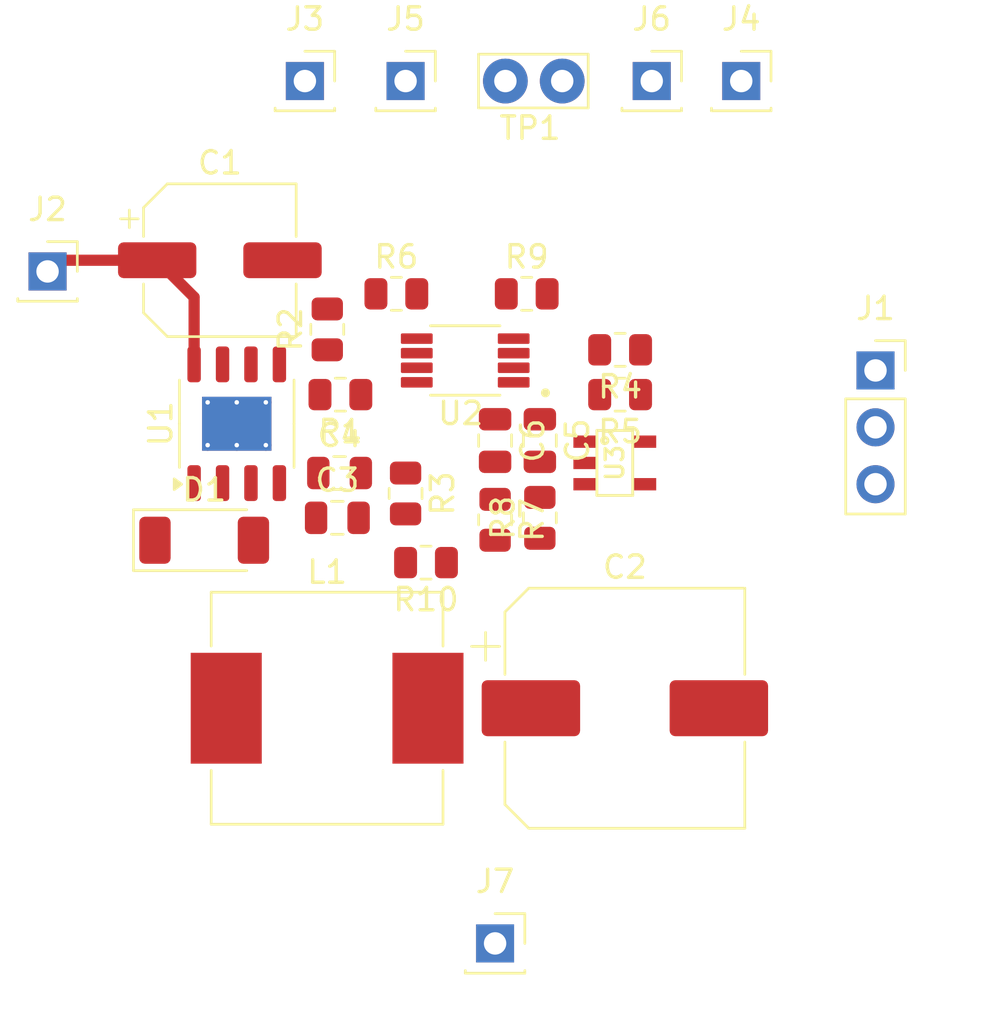
<source format=kicad_pcb>
(kicad_pcb (version 20240108) (generator "pcbnew") (generator_version "8.0")
  (layers (0 "F.Cu" signal) (31 "B.Cu" signal) (34 "B.Paste" user) (35 "F.Paste" user) (36 "B.SilkS" user "B.Silkscreen") (37 "F.SilkS" user "F.Silkscreen") (38 "B.Mask" user) (39 "F.Mask" user) (44 "Edge.Cuts" user))
  (net 0 "")
  (net 1 "+36V")
  (net 2 "GND")
  (net 3 "Net-(J7-Pin_1)")
  (net 4 "Net-(U1-COMP)")
  (net 5 "Net-(C4-Pad2)")
  (net 6 "+5V")
  (net 7 "Net-(D1-K)")
  (net 8 "/SCL")
  (net 9 "/SDA")
  (net 10 "Net-(J3-Pin_1)")
  (net 11 "Net-(J6-Pin_1)")
  (net 12 "Net-(U1-FB)")
  (net 13 "Net-(U2-FS0)")
  (net 14 "Net-(U3-AIN)")
  (net 15 "Net-(U2-FS1)")
  (footprint "libjan:SOT-23" (layer "F.Cu") (at 153.35 104.55 -90)
    (property "Reference" "U3" (at 0 0 90) (layer "F.SilkS") (effects (font (size 0.787402 0.787402))))
    (property "Value" "MCP3021")
    (fp_line (start -1.45 0.8) (end -1.45 -0.8) (stroke (width 0.127)) (layer "F.SilkS"))
    (fp_line (start 1.45 0.8) (end -1.45 0.8) (stroke (width 0.127)) (layer "F.SilkS"))
    (fp_line (start -1.45 -0.8) (end 1.45 -0.8) (stroke (width 0.127)) (layer "F.SilkS"))
    (fp_line (start 1.45 -0.8) (end 1.45 0.8) (stroke (width 0.127)) (layer "F.SilkS"))
    (fp_circle (center -1 0.45) (end -0.858581 0.45) (stroke (width 0.127)) (fill none) (layer "F.SilkS"))
    (pad "P$1" smd rect (at -0.95 1.35 270) (size 0.55 1) (layers "F.Cu" "F.Paste" "F.Mask") (net 6 "+5V"))
    (pad "P$2" smd rect (at 0 1.35 270) (size 0.55 1) (layers "F.Cu" "F.Paste" "F.Mask") (net 2 "GND"))
    (pad "P$3" smd rect (at 0.95 1.35 270) (size 0.55 1) (layers "F.Cu" "F.Paste" "F.Mask") (net 14 "Net-(U3-AIN)"))
    (pad "P$4" smd rect (at 0.95 -1.35 270) (size 0.55 1) (layers "F.Cu" "F.Paste" "F.Mask") (net 9 "/SDA"))
    (pad "P$5" smd rect (at -0.95 -1.35 270) (size 0.55 1) (layers "F.Cu" "F.Paste" "F.Mask") (net 8 "/SCL"))
  )
  (footprint "Capacitor_SMD:CP_Elec_6.3x5.3" (layer "F.Cu") (at 135.7 95.5)
    (property "Reference" "C1" (at 0 -4.35 0) (layer "F.SilkS"))
    (property "Value" "10u")
    (fp_line (start -4.4375 -1.8475) (end -3.65 -1.8475) (stroke (width 0.12)) (layer "F.SilkS"))
    (fp_line (start -4.04375 -2.24125) (end -4.04375 -1.45375) (stroke (width 0.12)) (layer "F.SilkS"))
    (fp_line (start -3.41 -2.345563) (end -3.41 -1.06) (stroke (width 0.12)) (layer "F.SilkS"))
    (fp_line (start -3.41 -2.345563) (end -2.345563 -3.41) (stroke (width 0.12)) (layer "F.SilkS"))
    (fp_line (start -3.41 2.345563) (end -3.41 1.06) (stroke (width 0.12)) (layer "F.SilkS"))
    (fp_line (start -3.41 2.345563) (end -2.345563 3.41) (stroke (width 0.12)) (layer "F.SilkS"))
    (fp_line (start -2.345563 -3.41) (end 3.41 -3.41) (stroke (width 0.12)) (layer "F.SilkS"))
    (fp_line (start -2.345563 3.41) (end 3.41 3.41) (stroke (width 0.12)) (layer "F.SilkS"))
    (fp_line (start 3.41 -3.41) (end 3.41 -1.06) (stroke (width 0.12)) (layer "F.SilkS"))
    (fp_line (start 3.41 3.41) (end 3.41 1.06) (stroke (width 0.12)) (layer "F.SilkS"))
    (pad "1" smd roundrect (at -2.8 0) (size 3.5 1.6) (layers "F.Cu" "F.Paste" "F.Mask") (roundrect_rratio 0.15625) (net 1 "+36V"))
    (pad "2" smd roundrect (at 2.8 0) (size 3.5 1.6) (layers "F.Cu" "F.Paste" "F.Mask") (roundrect_rratio 0.15625) (net 2 "GND"))
  )
  (footprint "Resistor_SMD:R_0805_2012Metric" (layer "F.Cu") (at 150 107 90)
    (property "Reference" "R8" (at 0 -1.65 90) (layer "F.SilkS"))
    (property "Value" "20k")
    (fp_line (start -0.227064 -0.735) (end 0.227064 -0.735) (stroke (width 0.12)) (layer "F.SilkS"))
    (fp_line (start -0.227064 0.735) (end 0.227064 0.735) (stroke (width 0.12)) (layer "F.SilkS"))
    (pad "1" smd roundrect (at -0.9125 0 90) (size 1.025 1.4) (layers "F.Cu" "F.Paste" "F.Mask") (roundrect_rratio 0.243902) (net 14 "Net-(U3-AIN)"))
    (pad "2" smd roundrect (at 0.9125 0 90) (size 1.025 1.4) (layers "F.Cu" "F.Paste" "F.Mask") (roundrect_rratio 0.243902) (net 2 "GND"))
  )
  (footprint "Resistor_SMD:R_0805_2012Metric" (layer "F.Cu") (at 148 107.0875 -90)
    (property "Reference" "R7" (at 0 -1.65 90) (layer "F.SilkS"))
    (property "Value" "200k")
    (fp_line (start -0.227064 0.735) (end 0.227064 0.735) (stroke (width 0.12)) (layer "F.SilkS"))
    (fp_line (start -0.227064 -0.735) (end 0.227064 -0.735) (stroke (width 0.12)) (layer "F.SilkS"))
    (pad "1" smd roundrect (at -0.9125 0 270) (size 1.025 1.4) (layers "F.Cu" "F.Paste" "F.Mask") (roundrect_rratio 0.243902) (net 3 "Net-(J7-Pin_1)"))
    (pad "2" smd roundrect (at 0.9125 0 270) (size 1.025 1.4) (layers "F.Cu" "F.Paste" "F.Mask") (roundrect_rratio 0.243902) (net 14 "Net-(U3-AIN)"))
  )
  (footprint "Capacitor_SMD:C_0805_2012Metric" (layer "F.Cu") (at 150 103.55 -90)
    (property "Reference" "C5" (at 0 -1.68 90) (layer "F.SilkS"))
    (property "Value" "100n")
    (fp_line (start -0.261252 0.735) (end 0.261252 0.735) (stroke (width 0.12)) (layer "F.SilkS"))
    (fp_line (start -0.261252 -0.735) (end 0.261252 -0.735) (stroke (width 0.12)) (layer "F.SilkS"))
    (pad "1" smd roundrect (at -0.95 0 270) (size 1 1.45) (layers "F.Cu" "F.Paste" "F.Mask") (net 6 "+5V"))
    (pad "2" smd roundrect (at 0.95 0 270) (size 1 1.45) (layers "F.Cu" "F.Paste" "F.Mask") (net 2 "GND"))
  )
  (footprint "Connector_PinSocket_2.54mm:PinSocket_1x01_P2.54mm_Vertical" (layer "F.Cu") (at 128 96)
    (property "Reference" "J2" (at 0 -2.77 0) (layer "F.SilkS"))
    (property "Value" "+36V")
    (fp_line (start -1.33 1.21) (end -1.33 1.33) (stroke (width 0.12)) (layer "F.SilkS"))
    (fp_line (start -1.33 1.33) (end 1.33 1.33) (stroke (width 0.12)) (layer "F.SilkS"))
    (fp_line (start 0 -1.33) (end 1.33 -1.33) (stroke (width 0.12)) (layer "F.SilkS"))
    (fp_line (start 1.33 -1.33) (end 1.33 0) (stroke (width 0.12)) (layer "F.SilkS"))
    (fp_line (start 1.33 1.21) (end 1.33 1.33) (stroke (width 0.12)) (layer "F.SilkS"))
    (pad "1" thru_hole rect (at 0 0) (size 1.7 1.7) (drill 1) (layers "*.Cu" "*.Mask") (net 1 "+36V"))
  )
  (footprint "Resistor_SMD:R_0805_2012Metric" (layer "F.Cu") (at 144.9125 109 180)
    (property "Reference" "R10" (at 0 -1.65 360) (layer "F.SilkS"))
    (property "Value" "50k")
    (fp_line (start -0.227064 0.735) (end 0.227064 0.735) (stroke (width 0.12)) (layer "F.SilkS"))
    (fp_line (start -0.227064 -0.735) (end 0.227064 -0.735) (stroke (width 0.12)) (layer "F.SilkS"))
    (pad "1" smd roundrect (at -0.9125 0 180) (size 1.025 1.4) (layers "F.Cu" "F.Paste" "F.Mask") (roundrect_rratio 0.243902) (net 3 "Net-(J7-Pin_1)"))
    (pad "2" smd roundrect (at 0.9125 0 180) (size 1.025 1.4) (layers "F.Cu" "F.Paste" "F.Mask") (roundrect_rratio 0.243902) (net 2 "GND"))
  )
  (footprint "Capacitor_SMD:C_0805_2012Metric" (layer "F.Cu") (at 141.05 105)
    (property "Reference" "C4" (at 0 -1.68 0) (layer "F.SilkS"))
    (property "Value" "22n")
    (fp_line (start -0.261252 -0.735) (end 0.261252 -0.735) (stroke (width 0.12)) (layer "F.SilkS"))
    (fp_line (start -0.261252 0.735) (end 0.261252 0.735) (stroke (width 0.12)) (layer "F.SilkS"))
    (pad "1" smd roundrect (at -0.95 0) (size 1 1.45) (layers "F.Cu" "F.Paste" "F.Mask") (net 4 "Net-(U1-COMP)"))
    (pad "2" smd roundrect (at 0.95 0) (size 1 1.45) (layers "F.Cu" "F.Paste" "F.Mask") (net 5 "Net-(C4-Pad2)"))
  )
  (footprint "Diode_SMD:D_SOD-128" (layer "F.Cu") (at 135 108)
    (property "Reference" "D1" (at 0 -2.25 0) (layer "F.SilkS"))
    (property "Value" "60V,3A")
    (fp_line (start -3.16 -1.36) (end -3.16 1.36) (stroke (width 0.12)) (layer "F.SilkS"))
    (fp_line (start -3.16 -1.36) (end 1.9 -1.36) (stroke (width 0.12)) (layer "F.SilkS"))
    (fp_line (start -3.16 1.36) (end 1.9 1.36) (stroke (width 0.12)) (layer "F.SilkS"))
    (pad "1" smd roundrect (at -2.2 0) (size 1.4 2.1) (layers "F.Cu" "F.Paste" "F.Mask") (roundrect_rratio 0.1785714286) (net 7 "Net-(D1-K)"))
    (pad "2" smd roundrect (at 2.2 0) (size 1.4 2.1) (layers "F.Cu" "F.Paste" "F.Mask") (roundrect_rratio 0.1785714286) (net 2 "GND"))
  )
  (footprint "Connector_PinSocket_2.54mm:PinSocket_1x01_P2.54mm_Vertical" (layer "F.Cu") (at 144 87.5)
    (property "Reference" "J5" (at 0 -2.77 0) (layer "F.SilkS"))
    (property "Value" "GND")
    (fp_line (start -1.33 1.21) (end -1.33 1.33) (stroke (width 0.12)) (layer "F.SilkS"))
    (fp_line (start -1.33 1.33) (end 1.33 1.33) (stroke (width 0.12)) (layer "F.SilkS"))
    (fp_line (start 0 -1.33) (end 1.33 -1.33) (stroke (width 0.12)) (layer "F.SilkS"))
    (fp_line (start 1.33 -1.33) (end 1.33 0) (stroke (width 0.12)) (layer "F.SilkS"))
    (fp_line (start 1.33 1.21) (end 1.33 1.33) (stroke (width 0.12)) (layer "F.SilkS"))
    (pad "1" thru_hole rect (at 0 0) (size 1.7 1.7) (drill 1) (layers "*.Cu" "*.Mask") (net 2 "GND"))
  )
  (footprint "Resistor_SMD:R_0805_2012Metric" (layer "F.Cu") (at 141.0875 101.5 180)
    (property "Reference" "R1" (at 0 -1.65 360) (layer "F.SilkS"))
    (property "Value" "300k")
    (fp_line (start -0.227064 0.735) (end 0.227064 0.735) (stroke (width 0.12)) (layer "F.SilkS"))
    (fp_line (start -0.227064 -0.735) (end 0.227064 -0.735) (stroke (width 0.12)) (layer "F.SilkS"))
    (pad "1" smd roundrect (at -0.9125 0 180) (size 1.025 1.4) (layers "F.Cu" "F.Paste" "F.Mask") (roundrect_rratio 0.243902) (net 3 "Net-(J7-Pin_1)"))
    (pad "2" smd roundrect (at 0.9125 0 180) (size 1.025 1.4) (layers "F.Cu" "F.Paste" "F.Mask") (roundrect_rratio 0.243902) (net 12 "Net-(U1-FB)"))
  )
  (footprint "Connector_PinSocket_2.54mm:PinSocket_1x01_P2.54mm_Vertical" (layer "F.Cu") (at 139.5 87.5)
    (property "Reference" "J3" (at 0 -2.77 0) (layer "F.SilkS"))
    (property "Value" "VREF")
    (fp_line (start -1.33 1.21) (end -1.33 1.33) (stroke (width 0.12)) (layer "F.SilkS"))
    (fp_line (start -1.33 1.33) (end 1.33 1.33) (stroke (width 0.12)) (layer "F.SilkS"))
    (fp_line (start 0 -1.33) (end 1.33 -1.33) (stroke (width 0.12)) (layer "F.SilkS"))
    (fp_line (start 1.33 -1.33) (end 1.33 0) (stroke (width 0.12)) (layer "F.SilkS"))
    (fp_line (start 1.33 1.21) (end 1.33 1.33) (stroke (width 0.12)) (layer "F.SilkS"))
    (pad "1" thru_hole rect (at 0 0) (size 1.7 1.7) (drill 1) (layers "*.Cu" "*.Mask") (net 10 "Net-(J3-Pin_1)"))
  )
  (footprint "Inductor_SMD:L_Vishay_IHLP-4040" (layer "F.Cu") (at 140.4925 115.5)
    (property "Reference" "L1" (at 0 -6.08 360) (layer "F.SilkS"))
    (property "Value" "15u")
    (fp_line (start -5.18 -5.18) (end 5.18 -5.18) (stroke (width 0.12)) (layer "F.SilkS"))
    (fp_line (start -5.18 -2.775) (end -5.18 -5.18) (stroke (width 0.12)) (layer "F.SilkS"))
    (fp_line (start -5.18 2.775) (end -5.18 5.18) (stroke (width 0.12)) (layer "F.SilkS"))
    (fp_line (start -5.18 5.18) (end 5.18 5.18) (stroke (width 0.12)) (layer "F.SilkS"))
    (fp_line (start 5.18 -5.18) (end 5.18 -2.775) (stroke (width 0.12)) (layer "F.SilkS"))
    (fp_line (start 5.18 5.18) (end 5.18 2.775) (stroke (width 0.12)) (layer "F.SilkS"))
    (pad "1" smd rect (at -4.5075 0) (size 3.175 4.95) (layers "F.Cu" "F.Paste" "F.Mask") (net 7 "Net-(D1-K)"))
    (pad "2" smd rect (at 4.5075 0) (size 3.175 4.95) (layers "F.Cu" "F.Paste" "F.Mask") (net 3 "Net-(J7-Pin_1)"))
  )
  (footprint "Resistor_SMD:R_0805_2012Metric" (layer "F.Cu") (at 143.5875 97)
    (property "Reference" "R6" (at 0 -1.65 0) (layer "F.SilkS"))
    (property "Value" "80k")
    (fp_line (start -0.227064 -0.735) (end 0.227064 -0.735) (stroke (width 0.12)) (layer "F.SilkS"))
    (fp_line (start -0.227064 0.735) (end 0.227064 0.735) (stroke (width 0.12)) (layer "F.SilkS"))
    (pad "1" smd roundrect (at -0.9125 0) (size 1.025 1.4) (layers "F.Cu" "F.Paste" "F.Mask") (roundrect_rratio 0.243902) (net 2 "GND"))
    (pad "2" smd roundrect (at 0.9125 0) (size 1.025 1.4) (layers "F.Cu" "F.Paste" "F.Mask") (roundrect_rratio 0.243902) (net 13 "Net-(U2-FS0)"))
  )
  (footprint "Resistor_SMD:R_0805_2012Metric" (layer "F.Cu") (at 140.5 98.5875 90)
    (property "Reference" "R2" (at 0 -1.65 90) (layer "F.SilkS"))
    (property "Value" "100k")
    (fp_line (start -0.227064 -0.735) (end 0.227064 -0.735) (stroke (width 0.12)) (layer "F.SilkS"))
    (fp_line (start -0.227064 0.735) (end 0.227064 0.735) (stroke (width 0.12)) (layer "F.SilkS"))
    (pad "1" smd roundrect (at -0.9125 0 90) (size 1.025 1.4) (layers "F.Cu" "F.Paste" "F.Mask") (roundrect_rratio 0.243902) (net 12 "Net-(U1-FB)"))
    (pad "2" smd roundrect (at 0.9125 0 90) (size 1.025 1.4) (layers "F.Cu" "F.Paste" "F.Mask") (roundrect_rratio 0.243902) (net 2 "GND"))
  )
  (footprint "Resistor_SMD:R_0805_2012Metric" (layer "F.Cu") (at 144 105.9125 -90)
    (property "Reference" "R3" (at 0 -1.65 90) (layer "F.SilkS"))
    (property "Value" "4.7k")
    (fp_line (start -0.227064 0.735) (end 0.227064 0.735) (stroke (width 0.12)) (layer "F.SilkS"))
    (fp_line (start -0.227064 -0.735) (end 0.227064 -0.735) (stroke (width 0.12)) (layer "F.SilkS"))
    (pad "1" smd roundrect (at -0.9125 0 270) (size 1.025 1.4) (layers "F.Cu" "F.Paste" "F.Mask") (roundrect_rratio 0.243902) (net 5 "Net-(C4-Pad2)"))
    (pad "2" smd roundrect (at 0.9125 0 270) (size 1.025 1.4) (layers "F.Cu" "F.Paste" "F.Mask") (roundrect_rratio 0.243902) (net 2 "GND"))
  )
  (footprint "Connector_PinSocket_2.54mm:PinSocket_1x01_P2.54mm_Vertical" (layer "F.Cu") (at 155 87.5)
    (property "Reference" "J6" (at 0 -2.77 0) (layer "F.SilkS"))
    (property "Value" "IDAC_OUT1")
    (fp_line (start -1.33 1.21) (end -1.33 1.33) (stroke (width 0.12)) (layer "F.SilkS"))
    (fp_line (start -1.33 1.33) (end 1.33 1.33) (stroke (width 0.12)) (layer "F.SilkS"))
    (fp_line (start 0 -1.33) (end 1.33 -1.33) (stroke (width 0.12)) (layer "F.SilkS"))
    (fp_line (start 1.33 -1.33) (end 1.33 0) (stroke (width 0.12)) (layer "F.SilkS"))
    (fp_line (start 1.33 1.21) (end 1.33 1.33) (stroke (width 0.12)) (layer "F.SilkS"))
    (pad "1" thru_hole rect (at 0 0) (size 1.7 1.7) (drill 1) (layers "*.Cu" "*.Mask") (net 11 "Net-(J6-Pin_1)"))
  )
  (footprint "Resistor_SMD:R_0805_2012Metric" (layer "F.Cu") (at 153.5875 101.5 180)
    (property "Reference" "R5" (at 0 -1.65 360) (layer "F.SilkS"))
    (property "Value" "4.7k")
    (fp_line (start -0.227064 0.735) (end 0.227064 0.735) (stroke (width 0.12)) (layer "F.SilkS"))
    (fp_line (start -0.227064 -0.735) (end 0.227064 -0.735) (stroke (width 0.12)) (layer "F.SilkS"))
    (pad "1" smd roundrect (at -0.9125 0 180) (size 1.025 1.4) (layers "F.Cu" "F.Paste" "F.Mask") (roundrect_rratio 0.243902) (net 8 "/SCL"))
    (pad "2" smd roundrect (at 0.9125 0 180) (size 1.025 1.4) (layers "F.Cu" "F.Paste" "F.Mask") (roundrect_rratio 0.243902) (net 6 "+5V"))
  )
  (footprint "Resistor_SMD:R_0805_2012Metric" (layer "F.Cu") (at 149.4125 97)
    (property "Reference" "R9" (at 0 -1.65 0) (layer "F.SilkS"))
    (property "Value" "80k")
    (fp_line (start -0.227064 -0.735) (end 0.227064 -0.735) (stroke (width 0.12)) (layer "F.SilkS"))
    (fp_line (start -0.227064 0.735) (end 0.227064 0.735) (stroke (width 0.12)) (layer "F.SilkS"))
    (pad "1" smd roundrect (at -0.9125 0) (size 1.025 1.4) (layers "F.Cu" "F.Paste" "F.Mask") (roundrect_rratio 0.243902) (net 2 "GND"))
    (pad "2" smd roundrect (at 0.9125 0) (size 1.025 1.4) (layers "F.Cu" "F.Paste" "F.Mask") (roundrect_rratio 0.243902) (net 15 "Net-(U2-FS1)"))
  )
  (footprint "Capacitor_SMD:CP_Elec_10x14.3" (layer "F.Cu") (at 153.8 115.5)
    (property "Reference" "C2" (at 0 -6.3 360) (layer "F.SilkS"))
    (property "Value" "220u")
    (fp_line (start -6.85 -2.76) (end -5.6 -2.76) (stroke (width 0.12)) (layer "F.SilkS"))
    (fp_line (start -6.225 -3.385) (end -6.225 -2.135) (stroke (width 0.12)) (layer "F.SilkS"))
    (fp_line (start -5.36 -4.295563) (end -5.36 -1.51) (stroke (width 0.12)) (layer "F.SilkS"))
    (fp_line (start -5.36 -4.295563) (end -4.295563 -5.36) (stroke (width 0.12)) (layer "F.SilkS"))
    (fp_line (start -5.36 4.295563) (end -5.36 1.51) (stroke (width 0.12)) (layer "F.SilkS"))
    (fp_line (start -5.36 4.295563) (end -4.295563 5.36) (stroke (width 0.12)) (layer "F.SilkS"))
    (fp_line (start -4.295563 -5.36) (end 5.36 -5.36) (stroke (width 0.12)) (layer "F.SilkS"))
    (fp_line (start -4.295563 5.36) (end 5.36 5.36) (stroke (width 0.12)) (layer "F.SilkS"))
    (fp_line (start 5.36 -5.36) (end 5.36 -1.51) (stroke (width 0.12)) (layer "F.SilkS"))
    (fp_line (start 5.36 5.36) (end 5.36 1.51) (stroke (width 0.12)) (layer "F.SilkS"))
    (pad "1" smd roundrect (at -4.2 0) (size 4.4 2.5) (layers "F.Cu" "F.Paste" "F.Mask") (roundrect_rratio 0.1) (net 3 "Net-(J7-Pin_1)"))
    (pad "2" smd roundrect (at 4.2 0) (size 4.4 2.5) (layers "F.Cu" "F.Paste" "F.Mask") (roundrect_rratio 0.1) (net 2 "GND"))
  )
  (footprint "Capacitor_SMD:C_0805_2012Metric" (layer "F.Cu") (at 148 103.55 -90)
    (property "Reference" "C6" (at 0 -1.68 90) (layer "F.SilkS"))
    (property "Value" "100n")
    (fp_line (start -0.261252 0.735) (end 0.261252 0.735) (stroke (width 0.12)) (layer "F.SilkS"))
    (fp_line (start -0.261252 -0.735) (end 0.261252 -0.735) (stroke (width 0.12)) (layer "F.SilkS"))
    (pad "1" smd roundrect (at -0.95 0 270) (size 1 1.45) (layers "F.Cu" "F.Paste" "F.Mask") (net 6 "+5V"))
    (pad "2" smd roundrect (at 0.95 0 270) (size 1 1.45) (layers "F.Cu" "F.Paste" "F.Mask") (net 2 "GND"))
  )
  (footprint "TestPoint:TestPoint_Bridge_Pitch2.54mm_Drill1.0mm" (layer "F.Cu") (at 148.46 87.5)
    (property "Reference" "TP1" (at 1.1 2.1 0) (layer "F.SilkS"))
    (property "Value" "Test_FB")
    (fp_line (start -1.2 -1.2) (end -1.2 1.2) (stroke (width 0.12)) (layer "F.SilkS"))
    (fp_line (start -1.2 1.2) (end 3.7 1.2) (stroke (width 0.12)) (layer "F.SilkS"))
    (fp_line (start 3.7 -1.2) (end -1.2 -1.2) (stroke (width 0.12)) (layer "F.SilkS"))
    (fp_line (start 3.7 1.2) (end 3.7 -1.2) (stroke (width 0.12)) (layer "F.SilkS"))
    (pad "1" thru_hole circle (at 0 0) (size 2 2) (drill 1) (layers "*.Cu" "*.Mask") (net 12 "Net-(U1-FB)"))
    (pad "1" thru_hole circle (at 2.54 0) (size 2 2) (drill 1) (layers "*.Cu" "*.Mask") (net 12 "Net-(U1-FB)"))
  )
  (footprint "Package_SO:HSOP-8-1EP_3.9x4.9mm_P1.27mm_EP2.41x3.1mm_ThermalVias" (layer "F.Cu") (at 136.455 102.8 90)
    (property "Reference" "U1" (at 0 -3.4 90) (layer "F.SilkS"))
    (property "Value" "L5973D")
    (fp_line (start 0 -2.56) (end 1.95 -2.56) (stroke (width 0.12)) (layer "F.SilkS"))
    (fp_line (start 0 -2.56) (end -1.95 -2.56) (stroke (width 0.12)) (layer "F.SilkS"))
    (fp_line (start 0 2.56) (end 1.95 2.56) (stroke (width 0.12)) (layer "F.SilkS"))
    (fp_line (start 0 2.56) (end -1.95 2.56) (stroke (width 0.12)) (layer "F.SilkS"))
    (fp_poly (pts (xy -2.7 -2.465) (xy -2.94 -2.795) (xy -2.46 -2.795) (xy -2.7 -2.465)) (stroke (width 0.12)) (fill solid) (layer "F.SilkS"))
    (pad "1" smd roundrect (at -2.65 -1.905 90) (size 1.6 0.6) (layers "F.Cu" "F.Paste" "F.Mask") (net 7 "Net-(D1-K)"))
    (pad "2" smd roundrect (at -2.65 -0.635 90) (size 1.6 0.6) (layers "F.Cu" "F.Paste" "F.Mask"))
    (pad "3" smd roundrect (at -2.65 0.635 90) (size 1.6 0.6) (layers "F.Cu" "F.Paste" "F.Mask") (net 2 "GND"))
    (pad "4" smd roundrect (at -2.65 1.905 90) (size 1.6 0.6) (layers "F.Cu" "F.Paste" "F.Mask") (net 4 "Net-(U1-COMP)"))
    (pad "5" smd roundrect (at 2.65 1.905 90) (size 1.6 0.6) (layers "F.Cu" "F.Paste" "F.Mask") (net 12 "Net-(U1-FB)"))
    (pad "6" smd roundrect (at 2.65 0.635 90) (size 1.6 0.6) (layers "F.Cu" "F.Paste" "F.Mask") (net 10 "Net-(J3-Pin_1)"))
    (pad "7" smd roundrect (at 2.65 -0.635 90) (size 1.6 0.6) (layers "F.Cu" "F.Paste" "F.Mask") (net 2 "GND"))
    (pad "8" smd roundrect (at 2.65 -1.905 90) (size 1.6 0.6) (layers "F.Cu" "F.Paste" "F.Mask") (net 1 "+36V"))
    (pad "9" thru_hole circle (at -0.955 -1.3 90) (size 0.5 0.5) (drill 0.2) (property pad_prop_heatsink) (layers "*.Cu"))
    (pad "9" thru_hole circle (at -0.955 0 90) (size 0.5 0.5) (drill 0.2) (property pad_prop_heatsink) (layers "*.Cu"))
    (pad "9" thru_hole circle (at -0.955 1.3 90) (size 0.5 0.5) (drill 0.2) (property pad_prop_heatsink) (layers "*.Cu"))
    (pad "9" smd rect (at 0 0 90) (size 2.41 3.1) (property pad_prop_heatsink) (layers "F.Cu" "F.Mask"))
    (pad "9" smd rect (at 0 0 90) (size 2.41 3.1) (property pad_prop_heatsink) (layers "B.Cu"))
    (pad "9" thru_hole circle (at 0.955 -1.3 90) (size 0.5 0.5) (drill 0.2) (property pad_prop_heatsink) (layers "*.Cu"))
    (pad "9" thru_hole circle (at 0.955 0 90) (size 0.5 0.5) (drill 0.2) (property pad_prop_heatsink) (layers "*.Cu"))
    (pad "9" thru_hole circle (at 0.955 1.3 90) (size 0.5 0.5) (drill 0.2) (property pad_prop_heatsink) (layers "*.Cu"))
  )
  (footprint "Connector_PinSocket_2.54mm:PinSocket_1x01_P2.54mm_Vertical" (layer "F.Cu") (at 148 126)
    (property "Reference" "J7" (at 0 -2.77 0) (layer "F.SilkS"))
    (property "Value" "Vout")
    (fp_line (start -1.33 1.21) (end -1.33 1.33) (stroke (width 0.12)) (layer "F.SilkS"))
    (fp_line (start -1.33 1.33) (end 1.33 1.33) (stroke (width 0.12)) (layer "F.SilkS"))
    (fp_line (start 0 -1.33) (end 1.33 -1.33) (stroke (width 0.12)) (layer "F.SilkS"))
    (fp_line (start 1.33 -1.33) (end 1.33 0) (stroke (width 0.12)) (layer "F.SilkS"))
    (fp_line (start 1.33 1.21) (end 1.33 1.33) (stroke (width 0.12)) (layer "F.SilkS"))
    (pad "1" thru_hole rect (at 0 0) (size 1.7 1.7) (drill 1) (layers "*.Cu" "*.Mask") (net 3 "Net-(J7-Pin_1)"))
  )
  (footprint "libjan:SOP65P490X110-8N" (layer "F.Cu") (at 146.665 99.975 180)
    (property "Reference" "U2" (at 0.205 -2.362 360) (layer "F.SilkS"))
    (property "Value" "DS4432U_")
    (fp_line (start -1.55 1.55) (end 1.55 1.55) (stroke (width 0.127)) (layer "F.SilkS"))
    (fp_line (start -1.55 -1.55) (end 1.55 -1.55) (stroke (width 0.127)) (layer "F.SilkS"))
    (fp_circle (center -3.585 -1.445) (end -3.485 -1.445) (stroke (width 0.2)) (fill none) (layer "F.SilkS"))
    (pad "1" smd roundrect (at -2.165 -0.975 180) (size 1.42 0.47) (layers "F.Cu" "F.Paste" "F.Mask") (roundrect_rratio 0.125) (net 9 "/SDA"))
    (pad "2" smd roundrect (at -2.165 -0.325 180) (size 1.42 0.47) (layers "F.Cu" "F.Paste" "F.Mask") (roundrect_rratio 0.125) (net 8 "/SCL"))
    (pad "3" smd roundrect (at -2.165 0.325 180) (size 1.42 0.47) (layers "F.Cu" "F.Paste" "F.Mask") (roundrect_rratio 0.125) (net 15 "Net-(U2-FS1)"))
    (pad "4" smd roundrect (at -2.165 0.975 180) (size 1.42 0.47) (layers "F.Cu" "F.Paste" "F.Mask") (roundrect_rratio 0.125) (net 2 "GND"))
    (pad "5" smd roundrect (at 2.165 0.975 180) (size 1.42 0.47) (layers "F.Cu" "F.Paste" "F.Mask") (roundrect_rratio 0.125) (net 13 "Net-(U2-FS0)"))
    (pad "6" smd roundrect (at 2.165 0.325 180) (size 1.42 0.47) (layers "F.Cu" "F.Paste" "F.Mask") (roundrect_rratio 0.125) (net 12 "Net-(U1-FB)"))
    (pad "7" smd roundrect (at 2.165 -0.325 180) (size 1.42 0.47) (layers "F.Cu" "F.Paste" "F.Mask") (roundrect_rratio 0.125) (net 11 "Net-(J6-Pin_1)"))
    (pad "8" smd roundrect (at 2.165 -0.975 180) (size 1.42 0.47) (layers "F.Cu" "F.Paste" "F.Mask") (roundrect_rratio 0.125) (net 6 "+5V"))
  )
  (footprint "Connector_PinSocket_2.54mm:PinSocket_1x01_P2.54mm_Vertical" (layer "F.Cu") (at 159 87.5)
    (property "Reference" "J4" (at 0 -2.77 0) (layer "F.SilkS"))
    (property "Value" "+5V")
    (fp_line (start -1.33 1.21) (end -1.33 1.33) (stroke (width 0.12)) (layer "F.SilkS"))
    (fp_line (start -1.33 1.33) (end 1.33 1.33) (stroke (width 0.12)) (layer "F.SilkS"))
    (fp_line (start 0 -1.33) (end 1.33 -1.33) (stroke (width 0.12)) (layer "F.SilkS"))
    (fp_line (start 1.33 -1.33) (end 1.33 0) (stroke (width 0.12)) (layer "F.SilkS"))
    (fp_line (start 1.33 1.21) (end 1.33 1.33) (stroke (width 0.12)) (layer "F.SilkS"))
    (pad "1" thru_hole rect (at 0 0) (size 1.7 1.7) (drill 1) (layers "*.Cu" "*.Mask") (net 6 "+5V"))
  )
  (footprint "Capacitor_SMD:C_0805_2012Metric" (layer "F.Cu") (at 140.95 107)
    (property "Reference" "C3" (at 0 -1.68 360) (layer "F.SilkS"))
    (property "Value" "220p")
    (fp_line (start -0.261252 -0.735) (end 0.261252 -0.735) (stroke (width 0.12)) (layer "F.SilkS"))
    (fp_line (start -0.261252 0.735) (end 0.261252 0.735) (stroke (width 0.12)) (layer "F.SilkS"))
    (pad "1" smd roundrect (at -0.95 0) (size 1 1.45) (layers "F.Cu" "F.Paste" "F.Mask") (net 4 "Net-(U1-COMP)"))
    (pad "2" smd roundrect (at 0.95 0) (size 1 1.45) (layers "F.Cu" "F.Paste" "F.Mask") (net 2 "GND"))
  )
  (footprint "Resistor_SMD:R_0805_2012Metric" (layer "F.Cu") (at 153.5875 99.5 180)
    (property "Reference" "R4" (at 0 -1.65 360) (layer "F.SilkS"))
    (property "Value" "4.7k")
    (fp_line (start -0.227064 0.735) (end 0.227064 0.735) (stroke (width 0.12)) (layer "F.SilkS"))
    (fp_line (start -0.227064 -0.735) (end 0.227064 -0.735) (stroke (width 0.12)) (layer "F.SilkS"))
    (pad "1" smd roundrect (at -0.9125 0 180) (size 1.025 1.4) (layers "F.Cu" "F.Paste" "F.Mask") (roundrect_rratio 0.243902) (net 9 "/SDA"))
    (pad "2" smd roundrect (at 0.9125 0 180) (size 1.025 1.4) (layers "F.Cu" "F.Paste" "F.Mask") (roundrect_rratio 0.243902) (net 6 "+5V"))
  )
  (footprint "Connector_PinSocket_2.54mm:PinSocket_1x03_P2.54mm_Vertical" (layer "F.Cu") (at 165 100.42)
    (property "Reference" "J1" (at 0 -2.77 0) (layer "F.SilkS"))
    (property "Value" "SDA,SCL,GND")
    (fp_line (start -1.33 1.27) (end -1.33 6.41) (stroke (width 0.12)) (layer "F.SilkS"))
    (fp_line (start -1.33 1.27) (end 1.33 1.27) (stroke (width 0.12)) (layer "F.SilkS"))
    (fp_line (start -1.33 6.41) (end 1.33 6.41) (stroke (width 0.12)) (layer "F.SilkS"))
    (fp_line (start 0 -1.33) (end 1.33 -1.33) (stroke (width 0.12)) (layer "F.SilkS"))
    (fp_line (start 1.33 -1.33) (end 1.33 0) (stroke (width 0.12)) (layer "F.SilkS"))
    (fp_line (start 1.33 1.27) (end 1.33 6.41) (stroke (width 0.12)) (layer "F.SilkS"))
    (pad "1" thru_hole rect (at 0 0) (size 1.7 1.7) (drill 1) (layers "*.Cu" "*.Mask") (net 9 "/SDA"))
    (pad "2" thru_hole oval (at 0 2.54) (size 1.7 1.7) (drill 1) (layers "*.Cu" "*.Mask") (net 8 "/SCL"))
    (pad "3" thru_hole oval (at 0 5.08) (size 1.7 1.7) (drill 1) (layers "*.Cu" "*.Mask") (net 2 "GND"))
  )
  (segment (start 134.55 97.15) (end 134.55 100.15) (width 0.5) (layer "F.Cu") (net 1))
  (segment (start 132.9 95.5) (end 134.55 97.15) (width 0.5) (layer "F.Cu") (net 1))
  (segment (start 132.9 95.5) (end 128.5 95.5) (width 0.5) (layer "F.Cu") (net 1))
  (segment (start 128.5 95.5) (end 128 96) (width 0.5) (layer "F.Cu") (net 1))
)
</source>
